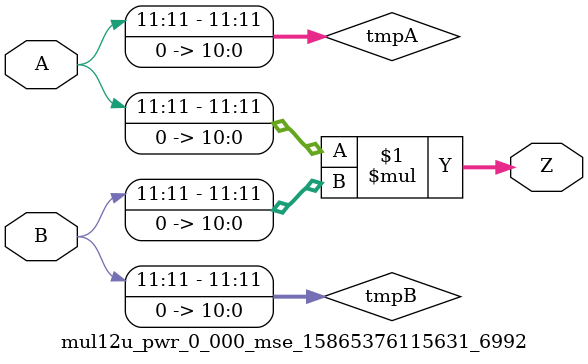
<source format=v>
/***
* This code is a part of EvoApproxLib library (ehw.fit.vutbr.cz/approxlib) distributed under The MIT License.
* When used, please cite the following article(s): V. Mrazek, Z. Vasicek, L. Sekanina, H. Jiang and J. Han, "Scalable Construction of Approximate Multipliers With Formally Guaranteed Worst Case Error" in IEEE Transactions on Very Large Scale Integration (VLSI) Systems, vol. 26, no. 11, pp. 2572-2576, Nov. 2018. doi: 10.1109/TVLSI.2018.2856362 
* This file contains a circuit from a sub-set of pareto optimal circuits with respect to the pwr and mse parameters
***/

//Behavioral model of 12-bit Truncated Multiplier
//Truncated bits: 11

module mul12u_pwr_0_000_mse_15865376115631_6992(
	A, 
	B,
	Z
);

input [12-1:0] A;
input [12-1:0] B;
output [2*12-1:0] Z;

wire [12-1:0] tmpA;
wire [12-1:0] tmpB;
assign tmpA = {A[12-1:11],{11{1'b0}}};
assign tmpB = {B[12-1:11],{11{1'b0}}};
assign Z = tmpA * tmpB;
endmodule


// internal reference: truncation-tm.12.mul12u_pwr_0_000_mse_15865376115631_6992


</source>
